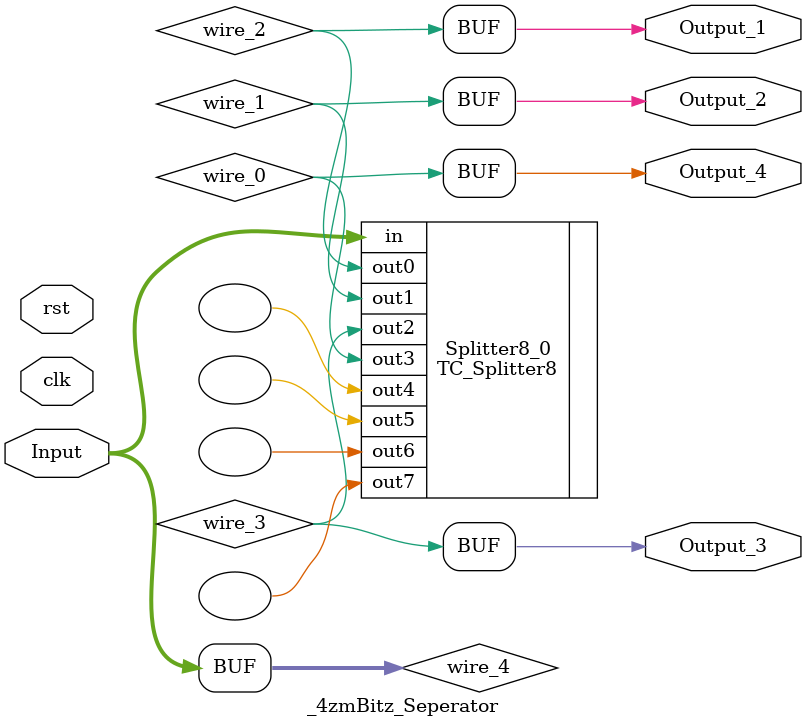
<source format=v>
module _4zmBitz_Seperator (clk, rst, Input, Output_1, Output_2, Output_3, Output_4);
  parameter UUID = 0;
  parameter NAME = "";
  input wire clk;
  input wire rst;

  input  wire [7:0] Input;
  output  wire [0:0] Output_1;
  output  wire [0:0] Output_2;
  output  wire [0:0] Output_3;
  output  wire [0:0] Output_4;

  TC_Splitter8 # (.UUID(64'd2698854735380175248 ^ UUID)) Splitter8_0 (.in(wire_4), .out0(wire_2), .out1(wire_1), .out2(wire_3), .out3(wire_0), .out4(), .out5(), .out6(), .out7());
  TC_Constant # (.UUID(64'd3219825596555428862 ^ UUID), .BIT_WIDTH(64'd1), .value(1'd0)) Off_1 (.out());
  TC_Constant # (.UUID(64'd235412243955052466 ^ UUID), .BIT_WIDTH(64'd1), .value(1'd0)) Off_2 (.out());
  TC_Constant # (.UUID(64'd586764407081932253 ^ UUID), .BIT_WIDTH(64'd1), .value(1'd0)) Off_3 (.out());
  TC_Constant # (.UUID(64'd3309561538501496115 ^ UUID), .BIT_WIDTH(64'd1), .value(1'd0)) Off_4 (.out());

  wire [0:0] wire_0;
  assign Output_4 = wire_0;
  wire [0:0] wire_1;
  assign Output_2 = wire_1;
  wire [0:0] wire_2;
  assign Output_1 = wire_2;
  wire [0:0] wire_3;
  assign Output_3 = wire_3;
  wire [7:0] wire_4;
  assign wire_4 = Input;

endmodule

</source>
